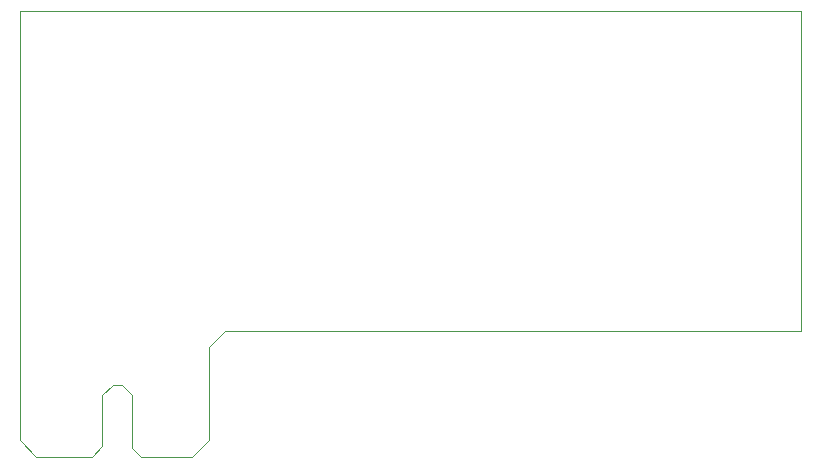
<source format=gbr>
%TF.GenerationSoftware,Altium Limited,Altium Designer,24.3.1 (35)*%
G04 Layer_Color=0*
%FSLAX45Y45*%
%MOMM*%
%TF.SameCoordinates,A20972E9-028A-4597-9386-5314E3457622*%
%TF.FilePolarity,Positive*%
%TF.FileFunction,Profile,NP*%
%TF.Part,Single*%
G01*
G75*
%TA.AperFunction,Profile*%
%ADD26C,0.02540*%
D26*
X139700Y355600D02*
X609600D01*
X698500Y444500D01*
Y876300D01*
X787400Y965200D01*
X863600D01*
X952500Y876300D01*
Y431800D01*
X1028700Y355600D01*
X1460500D01*
X1600200Y495300D01*
Y1282700D01*
X1739900Y1422400D01*
X6616700D01*
Y4127500D01*
X0D01*
Y495300D01*
X139700Y355600D01*
%TF.MD5,6633d7275c311635ce1a31a4184adba0*%
M02*

</source>
